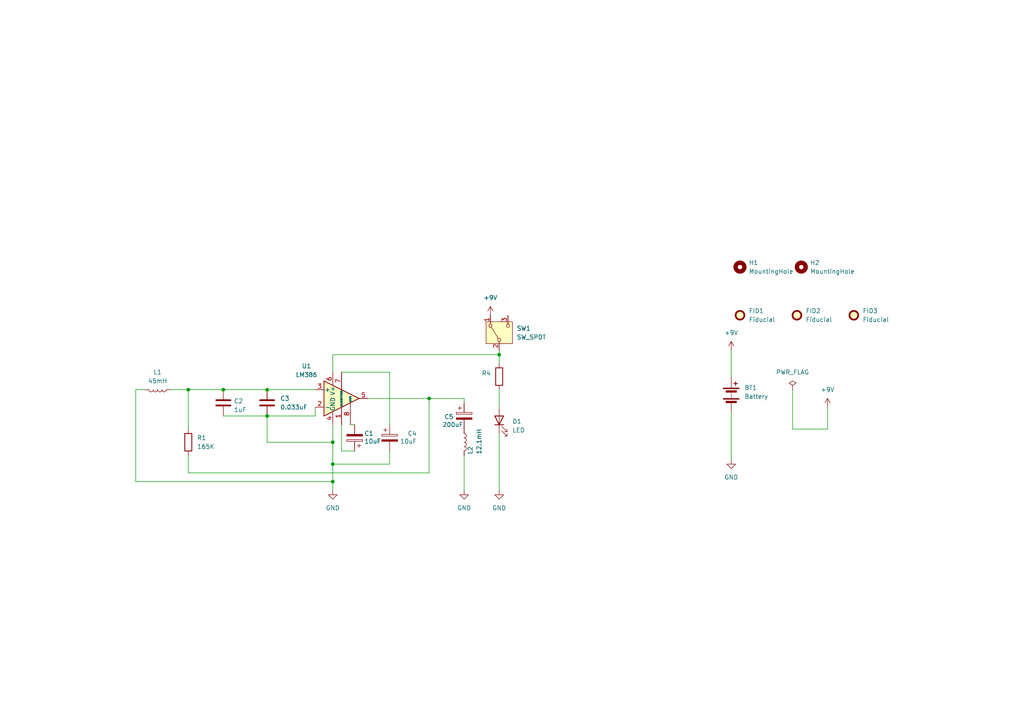
<source format=kicad_sch>
(kicad_sch (version 20250114) (generator "eeschema") (generator_version "9.0")
  (paper "A4")
  (title_block (title "EBOW Schematic"))
  (lib_symbols
    (symbol "Amplifier_Audio:LM386" (pin_names (offset 0.127))
      (property "Reference" "U" (at 1.27 7.62 0))
      (property "Value" "LM386" (at 1.27 5.08 0))
      (symbol "LM386_0_1"
        (polyline (pts (xy 5.08 0) (xy -5.08 5.08) (xy -5.08 -5.08) (xy 5.08 0)) (stroke (width 0.254)) (fill (type background)))
      )
      (symbol "LM386_1_1"
        (pin input line (at -7.62 2.54 0) (length 2.54) (name "+") (number "3"))
        (pin input line (at -7.62 -2.54 0) (length 2.54) (name "-") (number "2"))
        (pin power_in line (at -2.54 7.62 270) (length 3.81) (name "V+") (number "6"))
        (pin power_in line (at -2.54 -7.62 90) (length 3.81) (name "GND") (number "4"))
        (pin input line (at 0 7.62 270) (length 5.08) (name "BYPASS") (number "7"))
        (pin input line (at 0 -7.62 90) (length 5.08) (name "GAIN") (number "1"))
        (pin input line (at 2.54 -7.62 90) (length 6.35) (name "GAIN") (number "8"))
        (pin output line (at 7.62 0 180) (length 2.54) (name "~") (number "5"))
      )
    )
    (symbol "Device:Battery" (pin_numbers (hide yes)) (pin_names (offset 0) (hide yes))
      (property "Reference" "BT" (at 2.54 2.54 0))
      (property "Value" "Battery" (at 2.54 0 0))
      (symbol "Battery_0_1"
        (rectangle (start -2.286 1.778) (end 2.286 1.524) (fill (type outline)))
        (rectangle (start -2.286 -1.27) (end 2.286 -1.524) (fill (type outline)))
        (rectangle (start -1.524 1.016) (end 1.524 0.508) (fill (type outline)))
        (rectangle (start -1.524 -2.032) (end 1.524 -2.54) (fill (type outline)))
        (polyline (pts (xy 0 1.778) (xy 0 2.54)))
        (polyline (pts (xy 0 0) (xy 0 0.254)))
        (polyline (pts (xy 0 -0.508) (xy 0 -0.254)))
        (polyline (pts (xy 0 -1.016) (xy 0 -0.762)))
        (polyline (pts (xy 0.762 3.048) (xy 1.778 3.048)) (stroke (width 0.254)))
        (polyline (pts (xy 1.27 3.556) (xy 1.27 2.54)) (stroke (width 0.254)))
      )
      (symbol "Battery_1_1"
        (pin passive line (at 0 5.08 270) (length 2.54) (name "+") (number "1"))
        (pin passive line (at 0 -5.08 90) (length 2.54) (name "-") (number "2"))
      )
    )
    (symbol "Device:C" (pin_numbers (hide yes)) (pin_names (offset 0.254))
      (property "Reference" "C" (at 0.635 2.54 0))
      (property "Value" "C" (at 0.635 -2.54 0))
      (symbol "C_0_1"
        (polyline (pts (xy -2.032 0.762) (xy 2.032 0.762)) (stroke (width 0.508)))
        (polyline (pts (xy -2.032 -0.762) (xy 2.032 -0.762)) (stroke (width 0.508)))
      )
      (symbol "C_1_1"
        (pin passive line (at 0 3.81 270) (length 2.794) (name "~") (number "1"))
        (pin passive line (at 0 -3.81 90) (length 2.794) (name "~") (number "2"))
      )
    )
    (symbol "Device:C_Polarized" (pin_numbers (hide yes)) (pin_names (offset 0.254))
      (property "Reference" "C" (at 0.635 2.54 0))
      (property "Value" "C_Polarized" (at 0.635 -2.54 0))
      (symbol "C_Polarized_0_1"
        (rectangle (start -2.286 0.508) (end 2.286 1.016))
        (polyline (pts (xy -1.778 2.286) (xy -0.762 2.286)))
        (polyline (pts (xy -1.27 2.794) (xy -1.27 1.778)))
        (rectangle (start 2.286 -0.508) (end -2.286 -1.016) (fill (type outline)))
      )
      (symbol "C_Polarized_1_1"
        (pin passive line (at 0 3.81 270) (length 2.794) (name "~") (number "1"))
        (pin passive line (at 0 -3.81 90) (length 2.794) (name "~") (number "2"))
      )
    )
    (symbol "Device:L" (pin_numbers (hide yes)) (pin_names (offset 1.016) (hide yes))
      (property "Reference" "L" (at -1.27 0 90))
      (property "Value" "L" (at 1.905 0 90))
      (symbol "L_0_1"
        (arc (start 0 2.54) (mid 0.6323 1.905) (end 0 1.27))
        (arc (start 0 1.27) (mid 0.6323 0.635) (end 0 0))
        (arc (start 0 0) (mid 0.6323 -0.635) (end 0 -1.27))
        (arc (start 0 -1.27) (mid 0.6323 -1.905) (end 0 -2.54))
      )
      (symbol "L_1_1"
        (pin passive line (at 0 3.81 270) (length 1.27) (name "1") (number "1"))
        (pin passive line (at 0 -3.81 90) (length 1.27) (name "2") (number "2"))
      )
    )
    (symbol "Device:LED" (pin_numbers (hide yes)) (pin_names (offset 1.016) (hide yes))
      (property "Reference" "D" (at 0 2.54 0))
      (property "Value" "LED" (at 0 -2.54 0))
      (symbol "LED_0_1"
        (polyline (pts (xy -3.048 -0.762) (xy -4.572 -2.286) (xy -3.81 -2.286) (xy -4.572 -2.286) (xy -4.572 -1.524)))
        (polyline (pts (xy -1.778 -0.762) (xy -3.302 -2.286) (xy -2.54 -2.286) (xy -3.302 -2.286) (xy -3.302 -1.524)))
        (polyline (pts (xy -1.27 0) (xy 1.27 0)))
        (polyline (pts (xy -1.27 -1.27) (xy -1.27 1.27)) (stroke (width 0.254)))
        (polyline (pts (xy 1.27 -1.27) (xy 1.27 1.27) (xy -1.27 0) (xy 1.27 -1.27)) (stroke (width 0.254)))
      )
      (symbol "LED_1_1"
        (pin passive line (at -3.81 0 0) (length 2.54) (name "K") (number "1"))
        (pin passive line (at 3.81 0 180) (length 2.54) (name "A") (number "2"))
      )
    )
    (symbol "Device:R" (pin_numbers (hide yes)) (pin_names (offset 0))
      (property "Reference" "R" (at 2.032 0 90))
      (property "Value" "R" (at 0 0 90))
      (symbol "R_0_1"
        (rectangle (start -1.016 -2.54) (end 1.016 2.54) (stroke (width 0.254)))
      )
      (symbol "R_1_1"
        (pin passive line (at 0 3.81 270) (length 1.27) (name "~") (number "1"))
        (pin passive line (at 0 -3.81 90) (length 1.27) (name "~") (number "2"))
      )
    )
    (symbol "Mechanical:Fiducial" (exclude_from_sim yes) (in_bom no)
      (property "Reference" "FID" (at 0 5.08 0))
      (property "Value" "Fiducial" (at 0 3.175 0))
      (symbol "Fiducial_0_1"
        (circle (center 0 0) (radius 1.27) (stroke (width 0.508)) (fill (type background)))
      )
    )
    (symbol "Mechanical:MountingHole" (pin_names (offset 1.016)) (exclude_from_sim yes) (in_bom no)
      (property "Reference" "H" (at 0 5.08 0))
      (property "Value" "MountingHole" (at 0 3.175 0))
      (symbol "MountingHole_0_1"
        (circle (center 0 0) (radius 1.27) (stroke (width 1.27)))
      )
    )
    (symbol "Switch:SW_SPDT" (pin_names (offset 0) (hide yes))
      (property "Reference" "SW" (at 0 5.08 0))
      (property "Value" "SW_SPDT" (at 0 -5.08 0))
      (symbol "SW_SPDT_0_1"
        (circle (center -2.032 0) (radius 0.4572))
        (polyline (pts (xy -1.651 0.254) (xy 1.651 2.286)))
        (circle (center 2.032 2.54) (radius 0.4572))
        (circle (center 2.032 -2.54) (radius 0.4572))
      )
      (symbol "SW_SPDT_1_1"
        (rectangle (start -3.175 3.81) (end 3.175 -3.81) (fill (type background)))
        (pin passive line (at -5.08 0 0) (length 2.54) (name "B") (number "2"))
        (pin passive line (at 5.08 2.54 180) (length 2.54) (name "A") (number "1"))
        (pin passive line (at 5.08 -2.54 180) (length 2.54) (name "C") (number "3"))
      )
    )
    (symbol "power:+9V" (power) (pin_numbers (hide yes)) (pin_names (offset 0) (hide yes))
      (property "Value" "+9V" (at 0 3.556 0))
      (symbol "+9V_0_1"
        (polyline (pts (xy -0.762 1.27) (xy 0 2.54)))
        (polyline (pts (xy 0 2.54) (xy 0.762 1.27)))
        (polyline (pts (xy 0 0) (xy 0 2.54)))
      )
      (symbol "+9V_1_1"
        (pin power_in line (at 0 0 90) (length 0) (name "~") (number "1"))
      )
    )
    (symbol "power:GND" (power) (pin_numbers (hide yes)) (pin_names (offset 0) (hide yes))
      (property "Value" "GND" (at 0 -3.81 0))
      (symbol "GND_0_1"
        (polyline (pts (xy 0 0) (xy 0 -1.27) (xy 1.27 -1.27) (xy 0 -2.54) (xy -1.27 -1.27) (xy 0 -1.27)))
      )
      (symbol "GND_1_1"
        (pin power_in line (at 0 0 270) (length 0) (name "~") (number "1"))
      )
    )
    (symbol "power:PWR_FLAG" (power) (pin_numbers (hide yes)) (pin_names (offset 0) (hide yes))
      (property "Value" "PWR_FLAG" (at 0 3.81 0))
      (symbol "PWR_FLAG_0_0"
        (pin power_out line (at 0 0 90) (length 0) (name "~") (number "1"))
      )
      (symbol "PWR_FLAG_0_1"
        (polyline (pts (xy 0 0) (xy 0 1.27) (xy -1.016 1.905) (xy 0 2.54) (xy 1.016 1.905) (xy 0 1.27)))
      )
    )
  )
  (junction (at 77.47 120.65))
  (junction (at 64.77 113.03))
  (junction (at 144.78 102.87))
  (junction (at 77.47 113.03))
  (junction (at 124.46 115.57))
  (junction (at 96.52 128.27))
  (junction (at 96.52 134.62))
  (junction (at 54.61 113.03))
  (junction (at 96.52 139.7))
  (wire (pts (xy 113.03 123.19) (xy 113.03 107.95)))
  (wire (pts (xy 96.52 123.19) (xy 96.52 128.27)))
  (wire (pts (xy 124.46 115.57) (xy 134.62 115.57)))
  (wire (pts (xy 39.37 139.7) (xy 96.52 139.7)))
  (wire (pts (xy 134.62 115.57) (xy 134.62 116.84)))
  (wire (pts (xy 229.87 113.03) (xy 229.87 124.46)))
  (wire (pts (xy 91.44 120.65) (xy 77.47 120.65)))
  (wire (pts (xy 96.52 139.7) (xy 96.52 142.24)))
  (wire (pts (xy 229.87 124.46) (xy 240.03 124.46)))
  (wire (pts (xy 99.06 130.81) (xy 102.87 130.81)))
  (wire (pts (xy 212.09 119.38) (xy 212.09 133.35)))
  (wire (pts (xy 77.47 120.65) (xy 77.47 128.27)))
  (wire (pts (xy 49.53 113.03) (xy 54.61 113.03)))
  (wire (pts (xy 54.61 137.16) (xy 124.46 137.16)))
  (wire (pts (xy 99.06 123.19) (xy 99.06 130.81)))
  (wire (pts (xy 64.77 113.03) (xy 77.47 113.03)))
  (wire (pts (xy 240.03 118.11) (xy 240.03 124.46)))
  (wire (pts (xy 54.61 113.03) (xy 64.77 113.03)))
  (wire (pts (xy 77.47 128.27) (xy 96.52 128.27)))
  (wire (pts (xy 144.78 102.87) (xy 144.78 105.41)))
  (wire (pts (xy 96.52 102.87) (xy 96.52 107.95)))
  (wire (pts (xy 39.37 113.03) (xy 39.37 139.7)))
  (wire (pts (xy 54.61 113.03) (xy 54.61 124.46)))
  (wire (pts (xy 106.68 115.57) (xy 124.46 115.57)))
  (wire (pts (xy 41.91 113.03) (xy 39.37 113.03)))
  (wire (pts (xy 91.44 118.11) (xy 91.44 120.65)))
  (wire (pts (xy 77.47 113.03) (xy 91.44 113.03)))
  (wire (pts (xy 96.52 102.87) (xy 144.78 102.87)))
  (wire (pts (xy 101.6 123.19) (xy 102.87 123.19)))
  (wire (pts (xy 124.46 115.57) (xy 124.46 137.16)))
  (wire (pts (xy 113.03 130.81) (xy 113.03 134.62)))
  (wire (pts (xy 144.78 125.73) (xy 144.78 142.24)))
  (wire (pts (xy 96.52 128.27) (xy 96.52 134.62)))
  (wire (pts (xy 113.03 134.62) (xy 96.52 134.62)))
  (wire (pts (xy 77.47 120.65) (xy 64.77 120.65)))
  (wire (pts (xy 212.09 101.6) (xy 212.09 109.22)))
  (wire (pts (xy 54.61 132.08) (xy 54.61 137.16)))
  (wire (pts (xy 144.78 101.6) (xy 144.78 102.87)))
  (wire (pts (xy 144.78 113.03) (xy 144.78 118.11)))
  (wire (pts (xy 99.06 107.95) (xy 113.03 107.95)))
  (wire (pts (xy 134.62 132.08) (xy 134.62 142.24)))
  (wire (pts (xy 96.52 134.62) (xy 96.52 139.7)))
  (symbol (lib_id "Switch:SW_SPDT") (at 144.78 96.52 90) (unit 1)
    (property "Reference" "SW1" (at 149.86 95.2499 90) (effects (justify right)))
    (property "Value" "SW_SPDT" (at 149.86 97.7899 90) (effects (justify right)))
    (property "Footprint" "audiostuff:switch-2-mode" (effects (hide yes)))
    (property "Description" "Switch, single pole double throw" (effects (hide yes)))
  )
  (symbol (lib_id "Mechanical:Fiducial") (at 247.65 91.44 0) (unit 1) (exclude_from_sim yes) (in_bom no)
    (property "Reference" "FID3" (at 250.19 90.1699 0) (effects (justify left)))
    (property "Value" "Fiducial" (at 250.19 92.7099 0) (effects (justify left)))
    (property "Footprint" "Fiducial:Fiducial_0.5mm_Mask1.5mm" (effects (hide yes)))
    (property "Description" "Fiducial Marker" (effects (hide yes)))
  )
  (symbol (lib_id "Device:R") (at 54.61 128.27 0) (unit 1)
    (property "Reference" "R1" (at 57.15 126.9999 0) (effects (justify left)))
    (property "Value" "165K" (at 57.15 129.5399 0) (effects (justify left)))
    (property "Footprint" "Resistor_SMD:R_0201_0603Metric_Pad0.64x0.40mm_HandSolder" (effects (hide yes)))
    (property "Description" "Resistor" (effects (hide yes)))
  )
  (symbol (lib_id "power:PWR_FLAG") (at 229.87 113.03 0) (unit 1)
    (property "Reference" "#FLG01" (effects (hide yes)))
    (property "Value" "PWR_FLAG" (at 229.87 107.95 0))
    (property "Description" "Special symbol for telling ERC where power comes from" (effects (hide yes)))
  )
  (symbol (lib_id "Device:LED") (at 144.78 121.92 90) (unit 1)
    (property "Reference" "D1" (at 148.59 122.2374 90) (effects (justify right)))
    (property "Value" "LED" (at 148.59 124.7774 90) (effects (justify right)))
    (property "Footprint" "LED_THT:LED_D5.0mm_Horizontal_O6.35mm_Z15.0mm" (effects (hide yes)))
    (property "Description" "Light emitting diode" (effects (hide yes)))
  )
  (symbol (lib_id "Device:C_Polarized") (at 102.87 127 180) (unit 1)
    (property "Reference" "C1" (at 105.664 125.73 0) (effects (justify right)))
    (property "Value" "10uF" (at 105.664 128.016 0) (effects (justify right)))
    (property "Footprint" "Capacitor_THT:CP_Radial_D5.0mm_P2.00mm" (effects (hide yes)))
    (property "Description" "Polarized capacitor" (effects (hide yes)))
  )
  (symbol (lib_id "power:+9V") (at 212.09 101.6 0) (unit 1)
    (property "Reference" "#PWR04" (effects (hide yes)))
    (property "Value" "+9V" (at 212.09 96.52 0))
    (property "Description" "Power symbol creates a global label with name \"+9V\"" (effects (hide yes)))
  )
  (symbol (lib_id "Device:C") (at 77.47 116.84 0) (unit 1)
    (property "Reference" "C3" (at 81.28 115.5699 0) (effects (justify left)))
    (property "Value" "0.033uF" (at 81.28 118.1099 0) (effects (justify left)))
    (property "Footprint" "Capacitor_SMD:C_0603_1608Metric" (effects (hide yes)))
    (property "Description" "Unpolarized capacitor" (effects (hide yes)))
  )
  (symbol (lib_id "power:GND") (at 96.52 142.24 0) (unit 1)
    (property "Reference" "#PWR02" (effects (hide yes)))
    (property "Value" "GND" (at 96.52 147.32 0))
    (property "Description" "Power symbol creates a global label with name \"GND\" , ground" (effects (hide yes)))
  )
  (symbol (lib_id "power:GND") (at 144.78 142.24 0) (unit 1)
    (property "Reference" "#PWR07" (effects (hide yes)))
    (property "Value" "GND" (at 144.78 147.32 0))
    (property "Description" "Power symbol creates a global label with name \"GND\" , ground" (effects (hide yes)))
  )
  (symbol (lib_id "Device:L") (at 134.62 128.27 0) (unit 1)
    (property "Reference" "L2" (at 136.398 131.826 90) (effects (justify left)))
    (property "Value" "12.1mH" (at 138.938 131.826 90) (effects (justify left)))
    (property "Footprint" "audiostuff:Inductor" (effects (hide yes)))
    (property "Description" "Inductor" (effects (hide yes)))
  )
  (symbol (lib_id "Mechanical:MountingHole") (at 232.41 77.47 0) (unit 1) (exclude_from_sim yes) (in_bom no)
    (property "Reference" "H2" (at 234.95 76.1999 0) (effects (justify left)))
    (property "Value" "MountingHole" (at 234.95 78.7399 0) (effects (justify left)))
    (property "Footprint" "MountingHole:MountingHole_2.1mm" (effects (hide yes)))
    (property "Description" "Mounting Hole without connection" (effects (hide yes)))
  )
  (symbol (lib_id "power:GND") (at 134.62 142.24 0) (unit 1)
    (property "Reference" "#PWR06" (effects (hide yes)))
    (property "Value" "GND" (at 134.62 147.32 0))
    (property "Description" "Power symbol creates a global label with name \"GND\" , ground" (effects (hide yes)))
  )
  (symbol (lib_id "Mechanical:Fiducial") (at 214.63 91.44 0) (unit 1) (exclude_from_sim yes) (in_bom no)
    (property "Reference" "FID1" (at 217.17 90.1699 0) (effects (justify left)))
    (property "Value" "Fiducial" (at 217.17 92.7099 0) (effects (justify left)))
    (property "Footprint" "Fiducial:Fiducial_0.5mm_Mask1.5mm" (effects (hide yes)))
    (property "Description" "Fiducial Marker" (effects (hide yes)))
  )
  (symbol (lib_id "Device:C_Polarized") (at 134.62 120.65 0) (unit 1)
    (property "Reference" "C5" (at 131.572 120.904 0) (effects (justify right)))
    (property "Value" "200uF" (at 134.366 123.19 0) (effects (justify right)))
    (property "Footprint" "Capacitor_THT:CP_Radial_D5.0mm_P2.00mm" (effects (hide yes)))
    (property "Description" "Polarized capacitor" (effects (hide yes)))
  )
  (symbol (lib_id "power:+9V") (at 142.24 91.44 0) (unit 1)
    (property "Reference" "#PWR01" (effects (hide yes)))
    (property "Value" "+9V" (at 142.24 86.36 0))
    (property "Description" "Power symbol creates a global label with name \"+9V\"" (effects (hide yes)))
  )
  (symbol (lib_id "power:+9V") (at 240.03 118.11 0) (unit 1)
    (property "Reference" "#PWR03" (effects (hide yes)))
    (property "Value" "+9V" (at 240.03 113.03 0))
    (property "Description" "Power symbol creates a global label with name \"+9V\"" (effects (hide yes)))
  )
  (symbol (lib_id "Mechanical:MountingHole") (at 214.63 77.47 0) (unit 1) (exclude_from_sim yes) (in_bom no)
    (property "Reference" "H1" (at 217.17 76.1999 0) (effects (justify left)))
    (property "Value" "MountingHole" (at 217.17 78.7399 0) (effects (justify left)))
    (property "Footprint" "MountingHole:MountingHole_2.1mm" (effects (hide yes)))
    (property "Description" "Mounting Hole without connection" (effects (hide yes)))
  )
  (symbol (lib_id "Amplifier_Audio:LM386") (at 99.06 115.57 0) (unit 1)
    (property "Reference" "U1" (at 88.9 106.172 0))
    (property "Value" "LM386" (at 88.9 108.712 0))
    (property "Footprint" "audiostuff:lm386-smd" (effects (hide yes)))
    (property "Datasheet" "http://www.ti.com/lit/ds/symlink/lm386.pdf" (effects (hide yes)))
    (property "Description" "Low Voltage Audio Power Amplifier, DIP-8/SOIC-8/SSOP-8" (effects (hide yes)))
  )
  (symbol (lib_id "Mechanical:Fiducial") (at 231.14 91.44 0) (unit 1) (exclude_from_sim yes) (in_bom no)
    (property "Reference" "FID2" (at 233.68 90.1699 0) (effects (justify left)))
    (property "Value" "Fiducial" (at 233.68 92.7099 0) (effects (justify left)))
    (property "Footprint" "Fiducial:Fiducial_0.5mm_Mask1.5mm" (effects (hide yes)))
    (property "Description" "Fiducial Marker" (effects (hide yes)))
  )
  (symbol (lib_id "Device:R") (at 144.78 109.22 180) (unit 1)
    (property "Reference" "R4" (at 141.0335 108.2675 0))
    (property "Value" "1K" (effects (hide yes)))
    (property "Footprint" "Resistor_SMD:R_0201_0603Metric_Pad0.64x0.40mm_HandSolder" (effects (hide yes)))
    (property "Description" "Output Coil" (effects (hide yes)))
  )
  (symbol (lib_id "power:GND") (at 212.09 133.35 0) (unit 1)
    (property "Reference" "#PWR05" (effects (hide yes)))
    (property "Value" "GND" (at 212.09 138.43 0))
    (property "Description" "Power symbol creates a global label with name \"GND\" , ground" (effects (hide yes)))
  )
  (symbol (lib_id "Device:C") (at 64.77 116.84 0) (unit 1)
    (property "Reference" "C2" (at 67.818 116.332 0) (effects (justify left)))
    (property "Value" "1uF" (at 67.818 118.872 0) (effects (justify left)))
    (property "Footprint" "Capacitor_SMD:C_0603_1608Metric" (effects (hide yes)))
    (property "Description" "Unpolarized capacitor" (effects (hide yes)))
  )
  (symbol (lib_id "Device:Battery") (at 212.09 114.3 0) (unit 1)
    (property "Reference" "BT1" (at 215.9 112.4584 0) (effects (justify left)))
    (property "Value" "Battery" (at 215.9 114.9984 0) (effects (justify left)))
    (property "Footprint" "audiostuff:battery_connector_9v" (effects (hide yes)))
    (property "Description" "Multiple-cell battery" (effects (hide yes)))
  )
  (symbol (lib_id "Device:L") (at 45.72 113.03 270) (unit 1)
    (property "Reference" "L1" (at 45.72 107.95 90))
    (property "Value" "45mH" (at 45.72 110.49 90))
    (property "Footprint" "audiostuff:Inductor" (effects (hide yes)))
    (property "Description" "Inductor" (effects (hide yes)))
  )
  (symbol (lib_id "Device:C_Polarized") (at 113.03 127 0) (unit 1)
    (property "Reference" "C4" (at 120.904 125.73 0) (effects (justify right)))
    (property "Value" "10uF" (at 120.904 128.016 0) (effects (justify right)))
    (property "Footprint" "Capacitor_THT:CP_Radial_D5.0mm_P2.00mm" (effects (hide yes)))
    (property "Description" "Polarized capacitor" (effects (hide yes)))
  )
)
</source>
